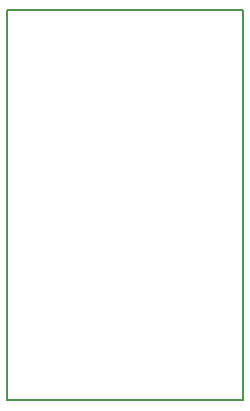
<source format=gbr>
G04 #@! TF.GenerationSoftware,KiCad,Pcbnew,(5.0.0)*
G04 #@! TF.CreationDate,2020-05-09T16:41:49-06:00*
G04 #@! TF.ProjectId,BatteryPack,426174746572795061636B2E6B696361,rev?*
G04 #@! TF.SameCoordinates,Original*
G04 #@! TF.FileFunction,Profile,NP*
%FSLAX46Y46*%
G04 Gerber Fmt 4.6, Leading zero omitted, Abs format (unit mm)*
G04 Created by KiCad (PCBNEW (5.0.0)) date 05/09/20 16:41:49*
%MOMM*%
%LPD*%
G01*
G04 APERTURE LIST*
%ADD10C,0.150000*%
G04 APERTURE END LIST*
D10*
X118270000Y-60960000D02*
X118270000Y-93980000D01*
X138270000Y-60960000D02*
X118270000Y-60960000D01*
X138270000Y-93980000D02*
X138270000Y-60960000D01*
X118270000Y-93980000D02*
X138270000Y-93980000D01*
M02*

</source>
